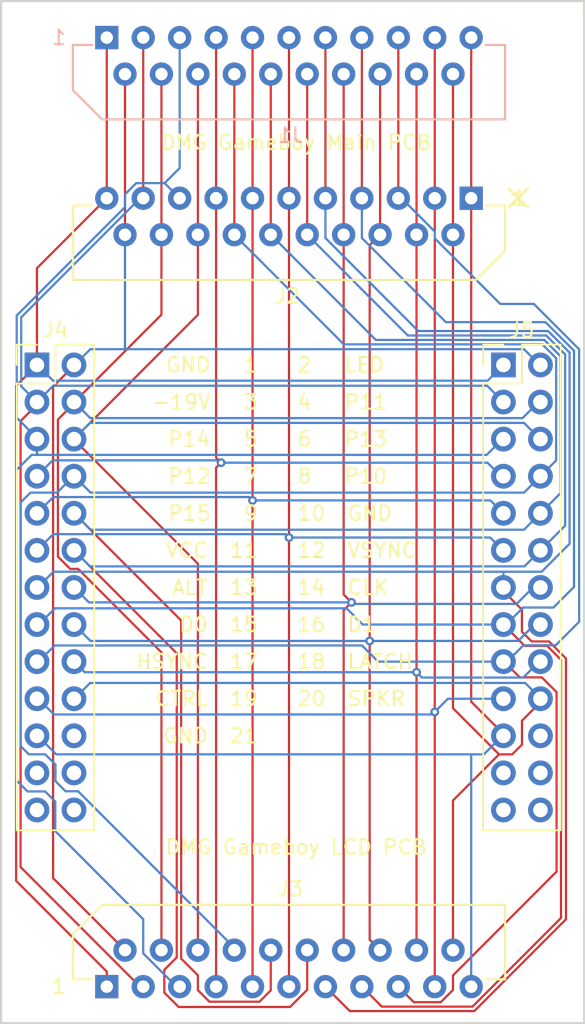
<source format=kicad_pcb>
(kicad_pcb (version 4) (host pcbnew 4.0.6)

  (general
    (links 84)
    (no_connects 0)
    (area 139.924999 49.924999 180.075001 120.075001)
    (thickness 1.6)
    (drawings 29)
    (tracks 340)
    (zones 0)
    (modules 5)
    (nets 32)
  )

  (page A4)
  (title_block
    (title "Display Bridge")
    (date 2019-08-10)
    (rev 0)
    (company "Author: Michael Singer")
    (comment 1 https://sourceforge.net/projects/iceboy/)
    (comment 2 http://iceboy.a-singer.de/)
  )

  (layers
    (0 F.Cu signal)
    (31 B.Cu signal)
    (32 B.Adhes user)
    (33 F.Adhes user)
    (34 B.Paste user)
    (35 F.Paste user)
    (36 B.SilkS user)
    (37 F.SilkS user)
    (38 B.Mask user)
    (39 F.Mask user)
    (40 Dwgs.User user)
    (41 Cmts.User user)
    (42 Eco1.User user)
    (43 Eco2.User user)
    (44 Edge.Cuts user)
    (45 Margin user)
    (46 B.CrtYd user)
    (47 F.CrtYd user)
    (48 B.Fab user)
    (49 F.Fab user)
  )

  (setup
    (last_trace_width 0.152)
    (trace_clearance 0.152)
    (zone_clearance 0.508)
    (zone_45_only no)
    (trace_min 0.152)
    (segment_width 0.2)
    (edge_width 0.15)
    (via_size 0.604)
    (via_drill 0.3)
    (via_min_size 0.604)
    (via_min_drill 0.3)
    (uvia_size 0.3)
    (uvia_drill 0.1)
    (uvias_allowed no)
    (uvia_min_size 0.2)
    (uvia_min_drill 0.1)
    (pcb_text_width 0.15)
    (pcb_text_size 1 1)
    (mod_edge_width 0.15)
    (mod_text_size 1 1)
    (mod_text_width 0.15)
    (pad_size 1.524 1.524)
    (pad_drill 0.762)
    (pad_to_mask_clearance 0.12)
    (solder_mask_min_width 0.32)
    (aux_axis_origin 0 0)
    (visible_elements FFFFFF7F)
    (pcbplotparams
      (layerselection 0x010f0_80000001)
      (usegerberextensions true)
      (excludeedgelayer true)
      (linewidth 0.100000)
      (plotframeref false)
      (viasonmask false)
      (mode 1)
      (useauxorigin false)
      (hpglpennumber 1)
      (hpglpenspeed 20)
      (hpglpendiameter 15)
      (hpglpenoverlay 2)
      (psnegative false)
      (psa4output false)
      (plotreference true)
      (plotvalue true)
      (plotinvisibletext false)
      (padsonsilk false)
      (subtractmaskfromsilk false)
      (outputformat 1)
      (mirror false)
      (drillshape 0)
      (scaleselection 1)
      (outputdirectory out/))
  )

  (net 0 "")
  (net 1 /P1)
  (net 2 /P2)
  (net 3 /P3)
  (net 4 /P4)
  (net 5 /P5)
  (net 6 /P6)
  (net 7 /P7)
  (net 8 /P8)
  (net 9 /P9)
  (net 10 /P10)
  (net 11 /P11)
  (net 12 /P12)
  (net 13 /P13)
  (net 14 /P14)
  (net 15 /P15)
  (net 16 /P16)
  (net 17 /P17)
  (net 18 /P18)
  (net 19 /P19)
  (net 20 /P20)
  (net 21 /P21)
  (net 22 "Net-(J4-Pad22)")
  (net 23 "Net-(J4-Pad23)")
  (net 24 "Net-(J4-Pad24)")
  (net 25 "Net-(J4-Pad25)")
  (net 26 "Net-(J4-Pad26)")
  (net 27 "Net-(J5-Pad22)")
  (net 28 "Net-(J5-Pad23)")
  (net 29 "Net-(J5-Pad24)")
  (net 30 "Net-(J5-Pad25)")
  (net 31 "Net-(J5-Pad26)")

  (net_class Default "This is the default net class."
    (clearance 0.152)
    (trace_width 0.152)
    (via_dia 0.604)
    (via_drill 0.3)
    (uvia_dia 0.3)
    (uvia_drill 0.1)
    (add_net /P1)
    (add_net /P10)
    (add_net /P11)
    (add_net /P12)
    (add_net /P13)
    (add_net /P14)
    (add_net /P15)
    (add_net /P16)
    (add_net /P17)
    (add_net /P18)
    (add_net /P19)
    (add_net /P2)
    (add_net /P20)
    (add_net /P21)
    (add_net /P3)
    (add_net /P4)
    (add_net /P5)
    (add_net /P6)
    (add_net /P7)
    (add_net /P8)
    (add_net /P9)
    (add_net "Net-(J4-Pad22)")
    (add_net "Net-(J4-Pad23)")
    (add_net "Net-(J4-Pad24)")
    (add_net "Net-(J4-Pad25)")
    (add_net "Net-(J4-Pad26)")
    (add_net "Net-(J5-Pad22)")
    (add_net "Net-(J5-Pad23)")
    (add_net "Net-(J5-Pad24)")
    (add_net "Net-(J5-Pad25)")
    (add_net "Net-(J5-Pad26)")
  )

  (module Pin_Headers:Pin_Header_Straight_2x13_Pitch2.54mm (layer F.Cu) (tedit 5862ED54) (tstamp 5D4F139F)
    (at 142.46 74.92)
    (descr "Through hole straight pin header, 2x13, 2.54mm pitch, double rows")
    (tags "Through hole pin header THT 2x13 2.54mm double row")
    (path /5D4F0217)
    (fp_text reference J4 (at 1.27 -2.39) (layer F.SilkS)
      (effects (font (size 1 1) (thickness 0.15)))
    )
    (fp_text value CONN_02X13 (at 5.54 16.08 90) (layer F.Fab)
      (effects (font (size 1 1) (thickness 0.15)))
    )
    (fp_line (start -1.27 -1.27) (end -1.27 31.75) (layer F.Fab) (width 0.1))
    (fp_line (start -1.27 31.75) (end 3.81 31.75) (layer F.Fab) (width 0.1))
    (fp_line (start 3.81 31.75) (end 3.81 -1.27) (layer F.Fab) (width 0.1))
    (fp_line (start 3.81 -1.27) (end -1.27 -1.27) (layer F.Fab) (width 0.1))
    (fp_line (start -1.39 1.27) (end -1.39 31.87) (layer F.SilkS) (width 0.12))
    (fp_line (start -1.39 31.87) (end 3.93 31.87) (layer F.SilkS) (width 0.12))
    (fp_line (start 3.93 31.87) (end 3.93 -1.39) (layer F.SilkS) (width 0.12))
    (fp_line (start 3.93 -1.39) (end 1.27 -1.39) (layer F.SilkS) (width 0.12))
    (fp_line (start 1.27 -1.39) (end 1.27 1.27) (layer F.SilkS) (width 0.12))
    (fp_line (start 1.27 1.27) (end -1.39 1.27) (layer F.SilkS) (width 0.12))
    (fp_line (start -1.39 0) (end -1.39 -1.39) (layer F.SilkS) (width 0.12))
    (fp_line (start -1.39 -1.39) (end 0 -1.39) (layer F.SilkS) (width 0.12))
    (fp_line (start -1.6 -1.6) (end -1.6 32) (layer F.CrtYd) (width 0.05))
    (fp_line (start -1.6 32) (end 4.1 32) (layer F.CrtYd) (width 0.05))
    (fp_line (start 4.1 32) (end 4.1 -1.6) (layer F.CrtYd) (width 0.05))
    (fp_line (start 4.1 -1.6) (end -1.6 -1.6) (layer F.CrtYd) (width 0.05))
    (pad 1 thru_hole rect (at 0 0) (size 1.7 1.7) (drill 1) (layers *.Cu *.Mask)
      (net 1 /P1))
    (pad 2 thru_hole oval (at 2.54 0) (size 1.7 1.7) (drill 1) (layers *.Cu *.Mask)
      (net 2 /P2))
    (pad 3 thru_hole oval (at 0 2.54) (size 1.7 1.7) (drill 1) (layers *.Cu *.Mask)
      (net 3 /P3))
    (pad 4 thru_hole oval (at 2.54 2.54) (size 1.7 1.7) (drill 1) (layers *.Cu *.Mask)
      (net 4 /P4))
    (pad 5 thru_hole oval (at 0 5.08) (size 1.7 1.7) (drill 1) (layers *.Cu *.Mask)
      (net 5 /P5))
    (pad 6 thru_hole oval (at 2.54 5.08) (size 1.7 1.7) (drill 1) (layers *.Cu *.Mask)
      (net 6 /P6))
    (pad 7 thru_hole oval (at 0 7.62) (size 1.7 1.7) (drill 1) (layers *.Cu *.Mask)
      (net 7 /P7))
    (pad 8 thru_hole oval (at 2.54 7.62) (size 1.7 1.7) (drill 1) (layers *.Cu *.Mask)
      (net 8 /P8))
    (pad 9 thru_hole oval (at 0 10.16) (size 1.7 1.7) (drill 1) (layers *.Cu *.Mask)
      (net 9 /P9))
    (pad 10 thru_hole oval (at 2.54 10.16) (size 1.7 1.7) (drill 1) (layers *.Cu *.Mask)
      (net 10 /P10))
    (pad 11 thru_hole oval (at 0 12.7) (size 1.7 1.7) (drill 1) (layers *.Cu *.Mask)
      (net 11 /P11))
    (pad 12 thru_hole oval (at 2.54 12.7) (size 1.7 1.7) (drill 1) (layers *.Cu *.Mask)
      (net 12 /P12))
    (pad 13 thru_hole oval (at 0 15.24) (size 1.7 1.7) (drill 1) (layers *.Cu *.Mask)
      (net 13 /P13))
    (pad 14 thru_hole oval (at 2.54 15.24) (size 1.7 1.7) (drill 1) (layers *.Cu *.Mask)
      (net 14 /P14))
    (pad 15 thru_hole oval (at 0 17.78) (size 1.7 1.7) (drill 1) (layers *.Cu *.Mask)
      (net 15 /P15))
    (pad 16 thru_hole oval (at 2.54 17.78) (size 1.7 1.7) (drill 1) (layers *.Cu *.Mask)
      (net 16 /P16))
    (pad 17 thru_hole oval (at 0 20.32) (size 1.7 1.7) (drill 1) (layers *.Cu *.Mask)
      (net 17 /P17))
    (pad 18 thru_hole oval (at 2.54 20.32) (size 1.7 1.7) (drill 1) (layers *.Cu *.Mask)
      (net 18 /P18))
    (pad 19 thru_hole oval (at 0 22.86) (size 1.7 1.7) (drill 1) (layers *.Cu *.Mask)
      (net 19 /P19))
    (pad 20 thru_hole oval (at 2.54 22.86) (size 1.7 1.7) (drill 1) (layers *.Cu *.Mask)
      (net 20 /P20))
    (pad 21 thru_hole oval (at 0 25.4) (size 1.7 1.7) (drill 1) (layers *.Cu *.Mask)
      (net 21 /P21))
    (pad 22 thru_hole oval (at 2.54 25.4) (size 1.7 1.7) (drill 1) (layers *.Cu *.Mask)
      (net 22 "Net-(J4-Pad22)"))
    (pad 23 thru_hole oval (at 0 27.94) (size 1.7 1.7) (drill 1) (layers *.Cu *.Mask)
      (net 23 "Net-(J4-Pad23)"))
    (pad 24 thru_hole oval (at 2.54 27.94) (size 1.7 1.7) (drill 1) (layers *.Cu *.Mask)
      (net 24 "Net-(J4-Pad24)"))
    (pad 25 thru_hole oval (at 0 30.48) (size 1.7 1.7) (drill 1) (layers *.Cu *.Mask)
      (net 25 "Net-(J4-Pad25)"))
    (pad 26 thru_hole oval (at 2.54 30.48) (size 1.7 1.7) (drill 1) (layers *.Cu *.Mask)
      (net 26 "Net-(J4-Pad26)"))
    (model Pin_Headers.3dshapes/Pin_Header_Straight_2x13_Pitch2.54mm.wrl
      (at (xyz 0.05 -0.6 0))
      (scale (xyz 1 1 1))
      (rotate (xyz 0 0 90))
    )
  )

  (module fcc:Molex-SD-52045-2145 (layer B.Cu) (tedit 5C249A32) (tstamp 5D4F134F)
    (at 147.25 52.5)
    (path /5D4EFD04)
    (fp_text reference J1 (at 12.6 6.7) (layer B.SilkS)
      (effects (font (size 1 1) (thickness 0.15)) (justify mirror))
    )
    (fp_text value CONN_01X21 (at 12.5 4.5) (layer B.Fab)
      (effects (font (size 1 1) (thickness 0.15)) (justify mirror))
    )
    (fp_text user 1 (at -3.3 0) (layer B.SilkS)
      (effects (font (size 1 1) (thickness 0.15)) (justify mirror))
    )
    (fp_line (start -0.325 5.6) (end -2.325 3.6) (layer B.SilkS) (width 0.15))
    (fp_line (start 27.325 0.5) (end 26 0.5) (layer B.SilkS) (width 0.15))
    (fp_line (start 27.325 5.6) (end 27.325 0.5) (layer B.SilkS) (width 0.15))
    (fp_line (start -0.325 5.6) (end 27.325 5.6) (layer B.SilkS) (width 0.15))
    (fp_line (start -2.325 0.5) (end -1 0.5) (layer B.SilkS) (width 0.15))
    (fp_line (start -2.325 0.5) (end -2.325 3.6) (layer B.SilkS) (width 0.15))
    (pad 1 thru_hole rect (at 0 0) (size 1.6 1.6) (drill 0.85) (layers *.Cu *.Mask)
      (net 1 /P1))
    (pad 2 thru_hole circle (at 1.25 2.5) (size 1.6 1.6) (drill 0.85) (layers *.Cu *.Mask)
      (net 2 /P2))
    (pad 3 thru_hole circle (at 2.5 0) (size 1.6 1.6) (drill 0.85) (layers *.Cu *.Mask)
      (net 3 /P3))
    (pad 4 thru_hole circle (at 3.75 2.5) (size 1.6 1.6) (drill 0.85) (layers *.Cu *.Mask)
      (net 4 /P4))
    (pad 5 thru_hole circle (at 5 0) (size 1.6 1.6) (drill 0.85) (layers *.Cu *.Mask)
      (net 5 /P5))
    (pad 6 thru_hole circle (at 6.25 2.5) (size 1.6 1.6) (drill 0.85) (layers *.Cu *.Mask)
      (net 6 /P6))
    (pad 7 thru_hole circle (at 7.5 0) (size 1.6 1.6) (drill 0.85) (layers *.Cu *.Mask)
      (net 7 /P7))
    (pad 8 thru_hole circle (at 8.75 2.5) (size 1.6 1.6) (drill 0.85) (layers *.Cu *.Mask)
      (net 8 /P8))
    (pad 9 thru_hole circle (at 10 0) (size 1.6 1.6) (drill 0.85) (layers *.Cu *.Mask)
      (net 9 /P9))
    (pad 10 thru_hole circle (at 11.25 2.5) (size 1.6 1.6) (drill 0.85) (layers *.Cu *.Mask)
      (net 10 /P10))
    (pad 11 thru_hole circle (at 12.5 0) (size 1.6 1.6) (drill 0.85) (layers *.Cu *.Mask)
      (net 11 /P11))
    (pad 12 thru_hole circle (at 13.75 2.5) (size 1.6 1.6) (drill 0.85) (layers *.Cu *.Mask)
      (net 12 /P12))
    (pad 13 thru_hole circle (at 15 0) (size 1.6 1.6) (drill 0.85) (layers *.Cu *.Mask)
      (net 13 /P13))
    (pad 14 thru_hole circle (at 16.25 2.5) (size 1.6 1.6) (drill 0.85) (layers *.Cu *.Mask)
      (net 14 /P14))
    (pad 15 thru_hole circle (at 17.5 0) (size 1.6 1.6) (drill 0.85) (layers *.Cu *.Mask)
      (net 15 /P15))
    (pad 16 thru_hole circle (at 18.75 2.5) (size 1.6 1.6) (drill 0.85) (layers *.Cu *.Mask)
      (net 16 /P16))
    (pad 17 thru_hole circle (at 20 0) (size 1.6 1.6) (drill 0.85) (layers *.Cu *.Mask)
      (net 17 /P17))
    (pad 18 thru_hole circle (at 21.25 2.5) (size 1.6 1.6) (drill 0.85) (layers *.Cu *.Mask)
      (net 18 /P18))
    (pad 19 thru_hole circle (at 22.5 0) (size 1.6 1.6) (drill 0.85) (layers *.Cu *.Mask)
      (net 19 /P19))
    (pad 20 thru_hole circle (at 23.75 2.5) (size 1.6 1.6) (drill 0.85) (layers *.Cu *.Mask)
      (net 20 /P20))
    (pad 21 thru_hole circle (at 25 0) (size 1.6 1.6) (drill 0.85) (layers *.Cu *.Mask)
      (net 21 /P21))
  )

  (module fcc:Molex-SD-52045-2145 (layer F.Cu) (tedit 5C249A32) (tstamp 5D4F1368)
    (at 172.25 63.5 180)
    (path /5D4F006C)
    (fp_text reference J2 (at 12.6 -6.7 180) (layer F.SilkS)
      (effects (font (size 1 1) (thickness 0.15)))
    )
    (fp_text value CONN_01X21 (at 12.5 -4.5 180) (layer F.Fab)
      (effects (font (size 1 1) (thickness 0.15)))
    )
    (fp_text user 1 (at -3.3 0 180) (layer F.SilkS)
      (effects (font (size 1 1) (thickness 0.15)))
    )
    (fp_line (start -0.325 -5.6) (end -2.325 -3.6) (layer F.SilkS) (width 0.15))
    (fp_line (start 27.325 -0.5) (end 26 -0.5) (layer F.SilkS) (width 0.15))
    (fp_line (start 27.325 -5.6) (end 27.325 -0.5) (layer F.SilkS) (width 0.15))
    (fp_line (start -0.325 -5.6) (end 27.325 -5.6) (layer F.SilkS) (width 0.15))
    (fp_line (start -2.325 -0.5) (end -1 -0.5) (layer F.SilkS) (width 0.15))
    (fp_line (start -2.325 -0.5) (end -2.325 -3.6) (layer F.SilkS) (width 0.15))
    (pad 1 thru_hole rect (at 0 0 180) (size 1.6 1.6) (drill 0.85) (layers *.Cu *.Mask)
      (net 21 /P21))
    (pad 2 thru_hole circle (at 1.25 -2.5 180) (size 1.6 1.6) (drill 0.85) (layers *.Cu *.Mask)
      (net 20 /P20))
    (pad 3 thru_hole circle (at 2.5 0 180) (size 1.6 1.6) (drill 0.85) (layers *.Cu *.Mask)
      (net 19 /P19))
    (pad 4 thru_hole circle (at 3.75 -2.5 180) (size 1.6 1.6) (drill 0.85) (layers *.Cu *.Mask)
      (net 18 /P18))
    (pad 5 thru_hole circle (at 5 0 180) (size 1.6 1.6) (drill 0.85) (layers *.Cu *.Mask)
      (net 17 /P17))
    (pad 6 thru_hole circle (at 6.25 -2.5 180) (size 1.6 1.6) (drill 0.85) (layers *.Cu *.Mask)
      (net 16 /P16))
    (pad 7 thru_hole circle (at 7.5 0 180) (size 1.6 1.6) (drill 0.85) (layers *.Cu *.Mask)
      (net 15 /P15))
    (pad 8 thru_hole circle (at 8.75 -2.5 180) (size 1.6 1.6) (drill 0.85) (layers *.Cu *.Mask)
      (net 14 /P14))
    (pad 9 thru_hole circle (at 10 0 180) (size 1.6 1.6) (drill 0.85) (layers *.Cu *.Mask)
      (net 13 /P13))
    (pad 10 thru_hole circle (at 11.25 -2.5 180) (size 1.6 1.6) (drill 0.85) (layers *.Cu *.Mask)
      (net 12 /P12))
    (pad 11 thru_hole circle (at 12.5 0 180) (size 1.6 1.6) (drill 0.85) (layers *.Cu *.Mask)
      (net 11 /P11))
    (pad 12 thru_hole circle (at 13.75 -2.5 180) (size 1.6 1.6) (drill 0.85) (layers *.Cu *.Mask)
      (net 10 /P10))
    (pad 13 thru_hole circle (at 15 0 180) (size 1.6 1.6) (drill 0.85) (layers *.Cu *.Mask)
      (net 9 /P9))
    (pad 14 thru_hole circle (at 16.25 -2.5 180) (size 1.6 1.6) (drill 0.85) (layers *.Cu *.Mask)
      (net 8 /P8))
    (pad 15 thru_hole circle (at 17.5 0 180) (size 1.6 1.6) (drill 0.85) (layers *.Cu *.Mask)
      (net 7 /P7))
    (pad 16 thru_hole circle (at 18.75 -2.5 180) (size 1.6 1.6) (drill 0.85) (layers *.Cu *.Mask)
      (net 6 /P6))
    (pad 17 thru_hole circle (at 20 0 180) (size 1.6 1.6) (drill 0.85) (layers *.Cu *.Mask)
      (net 5 /P5))
    (pad 18 thru_hole circle (at 21.25 -2.5 180) (size 1.6 1.6) (drill 0.85) (layers *.Cu *.Mask)
      (net 4 /P4))
    (pad 19 thru_hole circle (at 22.5 0 180) (size 1.6 1.6) (drill 0.85) (layers *.Cu *.Mask)
      (net 3 /P3))
    (pad 20 thru_hole circle (at 23.75 -2.5 180) (size 1.6 1.6) (drill 0.85) (layers *.Cu *.Mask)
      (net 2 /P2))
    (pad 21 thru_hole circle (at 25 0 180) (size 1.6 1.6) (drill 0.85) (layers *.Cu *.Mask)
      (net 1 /P1))
  )

  (module fcc:Molex-SD-52045-2145 (layer F.Cu) (tedit 5C249A32) (tstamp 5D4F1381)
    (at 147.25 117.5)
    (path /5D4F015F)
    (fp_text reference J3 (at 12.6 -6.7) (layer F.SilkS)
      (effects (font (size 1 1) (thickness 0.15)))
    )
    (fp_text value CONN_01X21 (at 12.5 -4.5) (layer F.Fab)
      (effects (font (size 1 1) (thickness 0.15)))
    )
    (fp_text user 1 (at -3.3 0) (layer F.SilkS)
      (effects (font (size 1 1) (thickness 0.15)))
    )
    (fp_line (start -0.325 -5.6) (end -2.325 -3.6) (layer F.SilkS) (width 0.15))
    (fp_line (start 27.325 -0.5) (end 26 -0.5) (layer F.SilkS) (width 0.15))
    (fp_line (start 27.325 -5.6) (end 27.325 -0.5) (layer F.SilkS) (width 0.15))
    (fp_line (start -0.325 -5.6) (end 27.325 -5.6) (layer F.SilkS) (width 0.15))
    (fp_line (start -2.325 -0.5) (end -1 -0.5) (layer F.SilkS) (width 0.15))
    (fp_line (start -2.325 -0.5) (end -2.325 -3.6) (layer F.SilkS) (width 0.15))
    (pad 1 thru_hole rect (at 0 0) (size 1.6 1.6) (drill 0.85) (layers *.Cu *.Mask)
      (net 1 /P1))
    (pad 2 thru_hole circle (at 1.25 -2.5) (size 1.6 1.6) (drill 0.85) (layers *.Cu *.Mask)
      (net 2 /P2))
    (pad 3 thru_hole circle (at 2.5 0) (size 1.6 1.6) (drill 0.85) (layers *.Cu *.Mask)
      (net 3 /P3))
    (pad 4 thru_hole circle (at 3.75 -2.5) (size 1.6 1.6) (drill 0.85) (layers *.Cu *.Mask)
      (net 4 /P4))
    (pad 5 thru_hole circle (at 5 0) (size 1.6 1.6) (drill 0.85) (layers *.Cu *.Mask)
      (net 5 /P5))
    (pad 6 thru_hole circle (at 6.25 -2.5) (size 1.6 1.6) (drill 0.85) (layers *.Cu *.Mask)
      (net 6 /P6))
    (pad 7 thru_hole circle (at 7.5 0) (size 1.6 1.6) (drill 0.85) (layers *.Cu *.Mask)
      (net 7 /P7))
    (pad 8 thru_hole circle (at 8.75 -2.5) (size 1.6 1.6) (drill 0.85) (layers *.Cu *.Mask)
      (net 8 /P8))
    (pad 9 thru_hole circle (at 10 0) (size 1.6 1.6) (drill 0.85) (layers *.Cu *.Mask)
      (net 9 /P9))
    (pad 10 thru_hole circle (at 11.25 -2.5) (size 1.6 1.6) (drill 0.85) (layers *.Cu *.Mask)
      (net 10 /P10))
    (pad 11 thru_hole circle (at 12.5 0) (size 1.6 1.6) (drill 0.85) (layers *.Cu *.Mask)
      (net 11 /P11))
    (pad 12 thru_hole circle (at 13.75 -2.5) (size 1.6 1.6) (drill 0.85) (layers *.Cu *.Mask)
      (net 12 /P12))
    (pad 13 thru_hole circle (at 15 0) (size 1.6 1.6) (drill 0.85) (layers *.Cu *.Mask)
      (net 13 /P13))
    (pad 14 thru_hole circle (at 16.25 -2.5) (size 1.6 1.6) (drill 0.85) (layers *.Cu *.Mask)
      (net 14 /P14))
    (pad 15 thru_hole circle (at 17.5 0) (size 1.6 1.6) (drill 0.85) (layers *.Cu *.Mask)
      (net 15 /P15))
    (pad 16 thru_hole circle (at 18.75 -2.5) (size 1.6 1.6) (drill 0.85) (layers *.Cu *.Mask)
      (net 16 /P16))
    (pad 17 thru_hole circle (at 20 0) (size 1.6 1.6) (drill 0.85) (layers *.Cu *.Mask)
      (net 17 /P17))
    (pad 18 thru_hole circle (at 21.25 -2.5) (size 1.6 1.6) (drill 0.85) (layers *.Cu *.Mask)
      (net 18 /P18))
    (pad 19 thru_hole circle (at 22.5 0) (size 1.6 1.6) (drill 0.85) (layers *.Cu *.Mask)
      (net 19 /P19))
    (pad 20 thru_hole circle (at 23.75 -2.5) (size 1.6 1.6) (drill 0.85) (layers *.Cu *.Mask)
      (net 20 /P20))
    (pad 21 thru_hole circle (at 25 0) (size 1.6 1.6) (drill 0.85) (layers *.Cu *.Mask)
      (net 21 /P21))
  )

  (module Pin_Headers:Pin_Header_Straight_2x13_Pitch2.54mm (layer F.Cu) (tedit 5862ED54) (tstamp 5D4F13BD)
    (at 174.46 74.92)
    (descr "Through hole straight pin header, 2x13, 2.54mm pitch, double rows")
    (tags "Through hole pin header THT 2x13 2.54mm double row")
    (path /5D4F0256)
    (fp_text reference J5 (at 1.27 -2.39) (layer F.SilkS)
      (effects (font (size 1 1) (thickness 0.15)))
    )
    (fp_text value CONN_02X13 (at -2.46 16.08 90) (layer F.Fab)
      (effects (font (size 1 1) (thickness 0.15)))
    )
    (fp_line (start -1.27 -1.27) (end -1.27 31.75) (layer F.Fab) (width 0.1))
    (fp_line (start -1.27 31.75) (end 3.81 31.75) (layer F.Fab) (width 0.1))
    (fp_line (start 3.81 31.75) (end 3.81 -1.27) (layer F.Fab) (width 0.1))
    (fp_line (start 3.81 -1.27) (end -1.27 -1.27) (layer F.Fab) (width 0.1))
    (fp_line (start -1.39 1.27) (end -1.39 31.87) (layer F.SilkS) (width 0.12))
    (fp_line (start -1.39 31.87) (end 3.93 31.87) (layer F.SilkS) (width 0.12))
    (fp_line (start 3.93 31.87) (end 3.93 -1.39) (layer F.SilkS) (width 0.12))
    (fp_line (start 3.93 -1.39) (end 1.27 -1.39) (layer F.SilkS) (width 0.12))
    (fp_line (start 1.27 -1.39) (end 1.27 1.27) (layer F.SilkS) (width 0.12))
    (fp_line (start 1.27 1.27) (end -1.39 1.27) (layer F.SilkS) (width 0.12))
    (fp_line (start -1.39 0) (end -1.39 -1.39) (layer F.SilkS) (width 0.12))
    (fp_line (start -1.39 -1.39) (end 0 -1.39) (layer F.SilkS) (width 0.12))
    (fp_line (start -1.6 -1.6) (end -1.6 32) (layer F.CrtYd) (width 0.05))
    (fp_line (start -1.6 32) (end 4.1 32) (layer F.CrtYd) (width 0.05))
    (fp_line (start 4.1 32) (end 4.1 -1.6) (layer F.CrtYd) (width 0.05))
    (fp_line (start 4.1 -1.6) (end -1.6 -1.6) (layer F.CrtYd) (width 0.05))
    (pad 1 thru_hole rect (at 0 0) (size 1.7 1.7) (drill 1) (layers *.Cu *.Mask)
      (net 1 /P1))
    (pad 2 thru_hole oval (at 2.54 0) (size 1.7 1.7) (drill 1) (layers *.Cu *.Mask)
      (net 2 /P2))
    (pad 3 thru_hole oval (at 0 2.54) (size 1.7 1.7) (drill 1) (layers *.Cu *.Mask)
      (net 3 /P3))
    (pad 4 thru_hole oval (at 2.54 2.54) (size 1.7 1.7) (drill 1) (layers *.Cu *.Mask)
      (net 4 /P4))
    (pad 5 thru_hole oval (at 0 5.08) (size 1.7 1.7) (drill 1) (layers *.Cu *.Mask)
      (net 5 /P5))
    (pad 6 thru_hole oval (at 2.54 5.08) (size 1.7 1.7) (drill 1) (layers *.Cu *.Mask)
      (net 6 /P6))
    (pad 7 thru_hole oval (at 0 7.62) (size 1.7 1.7) (drill 1) (layers *.Cu *.Mask)
      (net 7 /P7))
    (pad 8 thru_hole oval (at 2.54 7.62) (size 1.7 1.7) (drill 1) (layers *.Cu *.Mask)
      (net 8 /P8))
    (pad 9 thru_hole oval (at 0 10.16) (size 1.7 1.7) (drill 1) (layers *.Cu *.Mask)
      (net 9 /P9))
    (pad 10 thru_hole oval (at 2.54 10.16) (size 1.7 1.7) (drill 1) (layers *.Cu *.Mask)
      (net 10 /P10))
    (pad 11 thru_hole oval (at 0 12.7) (size 1.7 1.7) (drill 1) (layers *.Cu *.Mask)
      (net 11 /P11))
    (pad 12 thru_hole oval (at 2.54 12.7) (size 1.7 1.7) (drill 1) (layers *.Cu *.Mask)
      (net 12 /P12))
    (pad 13 thru_hole oval (at 0 15.24) (size 1.7 1.7) (drill 1) (layers *.Cu *.Mask)
      (net 13 /P13))
    (pad 14 thru_hole oval (at 2.54 15.24) (size 1.7 1.7) (drill 1) (layers *.Cu *.Mask)
      (net 14 /P14))
    (pad 15 thru_hole oval (at 0 17.78) (size 1.7 1.7) (drill 1) (layers *.Cu *.Mask)
      (net 15 /P15))
    (pad 16 thru_hole oval (at 2.54 17.78) (size 1.7 1.7) (drill 1) (layers *.Cu *.Mask)
      (net 16 /P16))
    (pad 17 thru_hole oval (at 0 20.32) (size 1.7 1.7) (drill 1) (layers *.Cu *.Mask)
      (net 17 /P17))
    (pad 18 thru_hole oval (at 2.54 20.32) (size 1.7 1.7) (drill 1) (layers *.Cu *.Mask)
      (net 18 /P18))
    (pad 19 thru_hole oval (at 0 22.86) (size 1.7 1.7) (drill 1) (layers *.Cu *.Mask)
      (net 19 /P19))
    (pad 20 thru_hole oval (at 2.54 22.86) (size 1.7 1.7) (drill 1) (layers *.Cu *.Mask)
      (net 20 /P20))
    (pad 21 thru_hole oval (at 0 25.4) (size 1.7 1.7) (drill 1) (layers *.Cu *.Mask)
      (net 21 /P21))
    (pad 22 thru_hole oval (at 2.54 25.4) (size 1.7 1.7) (drill 1) (layers *.Cu *.Mask)
      (net 27 "Net-(J5-Pad22)"))
    (pad 23 thru_hole oval (at 0 27.94) (size 1.7 1.7) (drill 1) (layers *.Cu *.Mask)
      (net 28 "Net-(J5-Pad23)"))
    (pad 24 thru_hole oval (at 2.54 27.94) (size 1.7 1.7) (drill 1) (layers *.Cu *.Mask)
      (net 29 "Net-(J5-Pad24)"))
    (pad 25 thru_hole oval (at 0 30.48) (size 1.7 1.7) (drill 1) (layers *.Cu *.Mask)
      (net 30 "Net-(J5-Pad25)"))
    (pad 26 thru_hole oval (at 2.54 30.48) (size 1.7 1.7) (drill 1) (layers *.Cu *.Mask)
      (net 31 "Net-(J5-Pad26)"))
    (model Pin_Headers.3dshapes/Pin_Header_Straight_2x13_Pitch2.54mm.wrl
      (at (xyz 0.05 -0.6 0))
      (scale (xyz 1 1 1))
      (rotate (xyz 0 0 90))
    )
  )

  (gr_line (start 174.845 62.855) (end 176.115 64.125) (layer F.SilkS) (width 0.2))
  (gr_line (start 176.115 62.855) (end 174.845 64.125) (layer F.SilkS) (width 0.2))
  (gr_text "DMG Gameboy LCD PCB" (at 160.24 107.94) (layer F.SilkS)
    (effects (font (size 1 1) (thickness 0.15)))
  )
  (gr_text "DMG Gameboy Main PCB" (at 160.24 59.68) (layer F.SilkS)
    (effects (font (size 1 1) (thickness 0.15)))
  )
  (gr_text "20  SPKR" (at 160.24 97.78) (layer F.SilkS)
    (effects (font (size 1 1) (thickness 0.15)) (justify left))
  )
  (gr_text "18  LATCH" (at 160.24 95.24) (layer F.SilkS)
    (effects (font (size 1 1) (thickness 0.15)) (justify left))
  )
  (gr_text "16  D1" (at 160.24 92.7) (layer F.SilkS)
    (effects (font (size 1 1) (thickness 0.15)) (justify left))
  )
  (gr_text "14  CLK" (at 160.24 90.16) (layer F.SilkS)
    (effects (font (size 1 1) (thickness 0.15)) (justify left))
  )
  (gr_text "12  VSYNC" (at 160.24 87.62) (layer F.SilkS)
    (effects (font (size 1 1) (thickness 0.15)) (justify left))
  )
  (gr_text "10  GND" (at 160.24 85.08) (layer F.SilkS)
    (effects (font (size 1 1) (thickness 0.15)) (justify left))
  )
  (gr_text "8   P10" (at 160.24 82.54) (layer F.SilkS)
    (effects (font (size 1 1) (thickness 0.15)) (justify left))
  )
  (gr_text "6   P13" (at 160.24 80) (layer F.SilkS)
    (effects (font (size 1 1) (thickness 0.15)) (justify left))
  )
  (gr_text "4   P11" (at 160.24 77.46) (layer F.SilkS)
    (effects (font (size 1 1) (thickness 0.15)) (justify left))
  )
  (gr_text "2   LED" (at 160.24 74.92) (layer F.SilkS)
    (effects (font (size 1 1) (thickness 0.15)) (justify left))
  )
  (gr_text "GND  21" (at 157.7 100.32) (layer F.SilkS)
    (effects (font (size 1 1) (thickness 0.15)) (justify right))
  )
  (gr_text "CTRL  19" (at 157.7 97.78) (layer F.SilkS)
    (effects (font (size 1 1) (thickness 0.15)) (justify right))
  )
  (gr_text "HSYNC  17" (at 157.7 95.24) (layer F.SilkS)
    (effects (font (size 1 1) (thickness 0.15)) (justify right))
  )
  (gr_text "D0  15" (at 157.7 92.7) (layer F.SilkS)
    (effects (font (size 1 1) (thickness 0.15)) (justify right))
  )
  (gr_text "ALT  13" (at 157.7 90.16) (layer F.SilkS)
    (effects (font (size 1 1) (thickness 0.15)) (justify right))
  )
  (gr_text "VCC  11" (at 157.7 87.62) (layer F.SilkS)
    (effects (font (size 1 1) (thickness 0.15)) (justify right))
  )
  (gr_text "P15   9" (at 157.7 85.08) (layer F.SilkS)
    (effects (font (size 1 1) (thickness 0.15)) (justify right))
  )
  (gr_text "P12   7" (at 157.7 82.54) (layer F.SilkS)
    (effects (font (size 1 1) (thickness 0.15)) (justify right))
  )
  (gr_text "P14   5" (at 157.7 80) (layer F.SilkS)
    (effects (font (size 1 1) (thickness 0.15)) (justify right))
  )
  (gr_text "-19V   3" (at 157.7 77.46) (layer F.SilkS)
    (effects (font (size 1 1) (thickness 0.15)) (justify right))
  )
  (gr_text "GND   1" (at 157.7 74.92) (layer F.SilkS)
    (effects (font (size 1 1) (thickness 0.15)) (justify right))
  )
  (gr_line (start 140 120) (end 140 50) (layer Edge.Cuts) (width 0.15))
  (gr_line (start 180 120) (end 140 120) (layer Edge.Cuts) (width 0.15))
  (gr_line (start 180 50) (end 180 120) (layer Edge.Cuts) (width 0.15))
  (gr_line (start 140 50) (end 180 50) (layer Edge.Cuts) (width 0.15))

  (segment (start 174.46 74.92) (end 174.459154 74.92) (width 0.152) (layer B.Cu) (net 1))
  (segment (start 174.459154 74.92) (end 173.380854 75.9983) (width 0.152) (layer B.Cu) (net 1))
  (segment (start 173.380854 75.9983) (end 143.566199 75.9983) (width 0.152) (layer B.Cu) (net 1))
  (segment (start 143.566199 75.9983) (end 142.487899 74.92) (width 0.152) (layer B.Cu) (net 1))
  (segment (start 142.487899 74.92) (end 142.46 74.92) (width 0.152) (layer B.Cu) (net 1))
  (segment (start 142.46 74.92) (end 141.0322 76.3478) (width 0.152) (layer F.Cu) (net 1))
  (segment (start 141.0322 76.3478) (end 141.0322 110.2539) (width 0.152) (layer F.Cu) (net 1))
  (segment (start 141.0322 110.2539) (end 147.25 116.4717) (width 0.152) (layer F.Cu) (net 1))
  (segment (start 147.25 116.4717) (end 147.25 117.5) (width 0.152) (layer F.Cu) (net 1))
  (segment (start 147.25 52.5) (end 147.25 53.5283) (width 0.152) (layer F.Cu) (net 1))
  (segment (start 142.46 68.29) (end 147.25 63.5) (width 0.152) (layer F.Cu) (net 1))
  (segment (start 142.46 74.92) (end 142.46 68.29) (width 0.152) (layer F.Cu) (net 1))
  (segment (start 147.25 63.5) (end 147.25 53.5283) (width 0.152) (layer F.Cu) (net 1))
  (segment (start 148.5 73.8416) (end 146.12258 73.8416) (width 0.152) (layer B.Cu) (net 2))
  (segment (start 146.12258 73.8416) (end 145.04418 74.92) (width 0.152) (layer B.Cu) (net 2))
  (segment (start 145.04418 74.92) (end 145 74.92) (width 0.152) (layer B.Cu) (net 2))
  (segment (start 148.5 115) (end 143.5664 110.0664) (width 0.152) (layer F.Cu) (net 2))
  (segment (start 145 74.969514) (end 145 74.92) (width 0.152) (layer F.Cu) (net 2))
  (segment (start 143.5664 110.0664) (end 143.5664 76.403114) (width 0.152) (layer F.Cu) (net 2))
  (segment (start 143.5664 76.403114) (end 145 74.969514) (width 0.152) (layer F.Cu) (net 2))
  (segment (start 177 74.92) (end 176.951469 74.92) (width 0.152) (layer B.Cu) (net 2))
  (segment (start 176.951469 74.92) (end 175.873069 73.8416) (width 0.152) (layer B.Cu) (net 2))
  (segment (start 175.873069 73.8416) (end 148.5 73.8416) (width 0.152) (layer B.Cu) (net 2))
  (segment (start 148.5 66) (end 148.5 55) (width 0.152) (layer F.Cu) (net 2))
  (segment (start 148.5 73.8416) (end 148.5 66) (width 0.152) (layer B.Cu) (net 2))
  (segment (start 142.46 77.46) (end 142.460752 77.46) (width 0.152) (layer B.Cu) (net 3))
  (segment (start 142.460752 77.46) (end 143.578552 76.3422) (width 0.152) (layer B.Cu) (net 3))
  (segment (start 143.578552 76.3422) (end 173.340177 76.3422) (width 0.152) (layer B.Cu) (net 3))
  (segment (start 173.340177 76.3422) (end 174.457977 77.46) (width 0.152) (layer B.Cu) (net 3))
  (segment (start 174.457977 77.46) (end 174.46 77.46) (width 0.152) (layer B.Cu) (net 3))
  (segment (start 142.46 77.46) (end 141.381999 76.381999) (width 0.152) (layer B.Cu) (net 3))
  (segment (start 141.381999 76.381999) (end 141.381999 75.893399) (width 0.152) (layer B.Cu) (net 3))
  (segment (start 141.381999 75.893399) (end 141.3816 75.893) (width 0.152) (layer B.Cu) (net 3))
  (segment (start 149.75 117.5) (end 149.5301 117.5) (width 0.152) (layer F.Cu) (net 3))
  (segment (start 149.5301 117.5) (end 141.3366 109.3065) (width 0.152) (layer F.Cu) (net 3))
  (segment (start 141.3366 109.3065) (end 141.3366 78.763316) (width 0.152) (layer F.Cu) (net 3))
  (segment (start 141.3366 78.763316) (end 142.46 77.639916) (width 0.152) (layer F.Cu) (net 3))
  (segment (start 142.46 77.639916) (end 142.46 77.46) (width 0.152) (layer F.Cu) (net 3))
  (segment (start 149.75 63.5) (end 149.75 52.5) (width 0.152) (layer F.Cu) (net 3))
  (segment (start 149.5372 63.5) (end 149.75 63.5) (width 0.152) (layer B.Cu) (net 3))
  (segment (start 141.3816 71.6556) (end 149.5372 63.5) (width 0.152) (layer B.Cu) (net 3))
  (segment (start 141.3816 75.893) (end 141.3816 71.6556) (width 0.152) (layer B.Cu) (net 3))
  (segment (start 145 77.46) (end 145 77.558223) (width 0.152) (layer F.Cu) (net 4))
  (segment (start 145 77.558223) (end 143.8988 78.659423) (width 0.152) (layer F.Cu) (net 4))
  (segment (start 143.8988 78.659423) (end 143.8988 88.048) (width 0.152) (layer F.Cu) (net 4))
  (segment (start 143.8988 88.048) (end 144.7408 88.89) (width 0.152) (layer F.Cu) (net 4))
  (segment (start 144.7408 88.89) (end 145.2863 88.89) (width 0.152) (layer F.Cu) (net 4))
  (segment (start 145.2863 88.89) (end 151 94.6037) (width 0.152) (layer F.Cu) (net 4))
  (segment (start 151 94.6037) (end 151 115) (width 0.152) (layer F.Cu) (net 4))
  (segment (start 145 77.46) (end 145.017126 77.46) (width 0.152) (layer B.Cu) (net 4))
  (segment (start 175.776322 78.5613) (end 176.877622 77.46) (width 0.152) (layer B.Cu) (net 4))
  (segment (start 145.017126 77.46) (end 146.118426 78.5613) (width 0.152) (layer B.Cu) (net 4))
  (segment (start 146.118426 78.5613) (end 175.776322 78.5613) (width 0.152) (layer B.Cu) (net 4))
  (segment (start 176.877622 77.46) (end 177 77.46) (width 0.152) (layer B.Cu) (net 4))
  (segment (start 145 77.46) (end 145.022088 77.46) (width 0.152) (layer F.Cu) (net 4))
  (segment (start 145.022088 77.46) (end 146.007003 76.475085) (width 0.152) (layer F.Cu) (net 4))
  (segment (start 146.007003 76.475085) (end 146.007003 76.471533) (width 0.152) (layer F.Cu) (net 4))
  (segment (start 146.007003 76.471533) (end 151 71.478536) (width 0.152) (layer F.Cu) (net 4))
  (segment (start 151 71.478536) (end 151 66) (width 0.152) (layer F.Cu) (net 4))
  (segment (start 151 66) (end 151 55) (width 0.152) (layer F.Cu) (net 4))
  (segment (start 142.46 80) (end 142.46 79.923717) (width 0.152) (layer B.Cu) (net 5))
  (segment (start 142.46 79.923717) (end 141.0715 78.535217) (width 0.152) (layer B.Cu) (net 5))
  (segment (start 141.0715 78.535217) (end 141.0715 71.5352) (width 0.152) (layer B.Cu) (net 5))
  (segment (start 141.0715 71.5352) (end 148.5001 64.1066) (width 0.152) (layer B.Cu) (net 5))
  (segment (start 148.5001 64.1066) (end 148.5001 63.2356) (width 0.152) (layer B.Cu) (net 5))
  (segment (start 148.5001 63.2356) (end 149.2676 62.4681) (width 0.152) (layer B.Cu) (net 5))
  (segment (start 149.2676 62.4681) (end 151.2181 62.4681) (width 0.152) (layer B.Cu) (net 5))
  (segment (start 142.46 81.0783) (end 142.095785 81.0783) (width 0.152) (layer B.Cu) (net 5))
  (segment (start 142.095785 81.0783) (end 141.0465 82.127585) (width 0.152) (layer B.Cu) (net 5))
  (segment (start 152.0326 117.5) (end 152.25 117.5) (width 0.152) (layer B.Cu) (net 5))
  (segment (start 141.0465 82.127585) (end 141.0465 103.363912) (width 0.152) (layer B.Cu) (net 5))
  (segment (start 141.812588 104.13) (end 143.023437 104.13) (width 0.152) (layer B.Cu) (net 5))
  (segment (start 141.0465 103.363912) (end 141.812588 104.13) (width 0.152) (layer B.Cu) (net 5))
  (segment (start 143.716347 104.82291) (end 143.716347 106.848347) (width 0.152) (layer B.Cu) (net 5))
  (segment (start 143.023437 104.13) (end 143.716347 104.82291) (width 0.152) (layer B.Cu) (net 5))
  (segment (start 143.716347 106.848347) (end 149.7501 112.8821) (width 0.152) (layer B.Cu) (net 5))
  (segment (start 149.7501 112.8821) (end 149.7501 115.2175) (width 0.152) (layer B.Cu) (net 5))
  (segment (start 149.7501 115.2175) (end 152.0326 117.5) (width 0.152) (layer B.Cu) (net 5))
  (segment (start 174.46 80) (end 174.392186 80) (width 0.152) (layer B.Cu) (net 5))
  (segment (start 174.392186 80) (end 173.313886 81.0783) (width 0.152) (layer B.Cu) (net 5))
  (segment (start 173.313886 81.0783) (end 142.46 81.0783) (width 0.152) (layer B.Cu) (net 5))
  (segment (start 142.46 80) (end 142.46 81.0783) (width 0.152) (layer B.Cu) (net 5))
  (segment (start 152.25 61.4362) (end 151.2181 62.4681) (width 0.152) (layer B.Cu) (net 5))
  (segment (start 152.25 52.5) (end 152.25 61.4362) (width 0.152) (layer B.Cu) (net 5))
  (segment (start 151.2181 62.4681) (end 152.25 63.5) (width 0.152) (layer B.Cu) (net 5))
  (segment (start 145 80) (end 145 79.990357) (width 0.152) (layer B.Cu) (net 6))
  (segment (start 146.101657 78.8887) (end 175.873036 78.8887) (width 0.152) (layer B.Cu) (net 6))
  (segment (start 145 79.990357) (end 146.101657 78.8887) (width 0.152) (layer B.Cu) (net 6))
  (segment (start 175.873036 78.8887) (end 176.984336 80) (width 0.152) (layer B.Cu) (net 6))
  (segment (start 176.984336 80) (end 177 80) (width 0.152) (layer B.Cu) (net 6))
  (segment (start 145 80) (end 145 79.988654) (width 0.152) (layer F.Cu) (net 6))
  (segment (start 153.5 71.488654) (end 153.5 66) (width 0.152) (layer F.Cu) (net 6))
  (segment (start 145 79.988654) (end 153.5 71.488654) (width 0.152) (layer F.Cu) (net 6))
  (segment (start 153.5 115) (end 153.5 88.533052) (width 0.152) (layer F.Cu) (net 6))
  (segment (start 153.5 88.533052) (end 145 80.033052) (width 0.152) (layer F.Cu) (net 6))
  (segment (start 145 80.033052) (end 145 80) (width 0.152) (layer F.Cu) (net 6))
  (segment (start 153.5 66) (end 153.5 55) (width 0.152) (layer F.Cu) (net 6))
  (segment (start 155.0908 81.6146) (end 154.9312 81.455) (width 0.152) (layer B.Cu) (net 7))
  (segment (start 154.9312 81.455) (end 143.535357 81.455) (width 0.152) (layer B.Cu) (net 7))
  (segment (start 143.535357 81.455) (end 142.46 82.530357) (width 0.152) (layer B.Cu) (net 7))
  (segment (start 142.46 82.530357) (end 142.46 82.54) (width 0.152) (layer B.Cu) (net 7))
  (segment (start 174.46 82.54) (end 174.29305 82.54) (width 0.152) (layer B.Cu) (net 7))
  (segment (start 174.29305 82.54) (end 173.36765 81.6146) (width 0.152) (layer B.Cu) (net 7))
  (segment (start 173.36765 81.6146) (end 155.0908 81.6146) (width 0.152) (layer B.Cu) (net 7))
  (via (at 155.0908 81.6146) (size 0.604) (layers F.Cu B.Cu) (net 7))
  (segment (start 154.75 63.5) (end 154.75 52.5) (width 0.152) (layer F.Cu) (net 7))
  (segment (start 154.75 81.2738) (end 154.75 63.5) (width 0.152) (layer F.Cu) (net 7))
  (segment (start 155.0908 81.6146) (end 154.75 81.2738) (width 0.152) (layer F.Cu) (net 7))
  (segment (start 154.75 81.9554) (end 155.0908 81.6146) (width 0.152) (layer F.Cu) (net 7))
  (segment (start 154.75 117.5) (end 154.75 81.9554) (width 0.152) (layer F.Cu) (net 7))
  (segment (start 156 115) (end 156 114.8335) (width 0.152) (layer B.Cu) (net 8))
  (segment (start 144.41937 104.117279) (end 143.728873 103.426782) (width 0.152) (layer B.Cu) (net 8))
  (segment (start 156 114.8335) (end 145.283779 104.117279) (width 0.152) (layer B.Cu) (net 8))
  (segment (start 145.283779 104.117279) (end 144.41937 104.117279) (width 0.152) (layer B.Cu) (net 8))
  (segment (start 142.014987 83.6643) (end 143.841698 83.6643) (width 0.152) (layer B.Cu) (net 8))
  (segment (start 143.728873 103.426782) (end 143.728873 102.286915) (width 0.152) (layer B.Cu) (net 8))
  (segment (start 143.728873 102.286915) (end 143.031958 101.59) (width 0.152) (layer B.Cu) (net 8))
  (segment (start 143.031958 101.59) (end 141.903051 101.59) (width 0.152) (layer B.Cu) (net 8))
  (segment (start 141.903051 101.59) (end 141.3508 101.037749) (width 0.152) (layer B.Cu) (net 8))
  (segment (start 141.3508 101.037749) (end 141.3508 84.328487) (width 0.152) (layer B.Cu) (net 8))
  (segment (start 143.841698 83.6643) (end 144.965998 82.54) (width 0.152) (layer B.Cu) (net 8))
  (segment (start 141.3508 84.328487) (end 142.014987 83.6643) (width 0.152) (layer B.Cu) (net 8))
  (segment (start 144.965998 82.54) (end 145 82.54) (width 0.152) (layer B.Cu) (net 8))
  (segment (start 177 82.54) (end 175.8757 83.6643) (width 0.152) (layer B.Cu) (net 8))
  (segment (start 175.8757 83.6643) (end 146.137953 83.6643) (width 0.152) (layer B.Cu) (net 8))
  (segment (start 146.137953 83.6643) (end 145.013653 82.54) (width 0.152) (layer B.Cu) (net 8))
  (segment (start 145.013653 82.54) (end 145 82.54) (width 0.152) (layer B.Cu) (net 8))
  (segment (start 177 82.54) (end 178.0784 81.4616) (width 0.152) (layer B.Cu) (net 8))
  (segment (start 178.0784 81.4616) (end 178.0784 74.4574) (width 0.152) (layer B.Cu) (net 8))
  (segment (start 178.0784 74.4574) (end 177.1314 73.5104) (width 0.152) (layer B.Cu) (net 8))
  (segment (start 177.1314 73.5104) (end 163.5104 73.5104) (width 0.152) (layer B.Cu) (net 8))
  (segment (start 163.5104 73.5104) (end 156 66) (width 0.152) (layer B.Cu) (net 8))
  (segment (start 156 66) (end 156 55) (width 0.152) (layer F.Cu) (net 8))
  (segment (start 157.25 84.1974) (end 157.0213 83.9687) (width 0.152) (layer B.Cu) (net 9))
  (segment (start 157.0213 83.9687) (end 143.579051 83.9687) (width 0.152) (layer B.Cu) (net 9))
  (segment (start 143.579051 83.9687) (end 142.467751 85.08) (width 0.152) (layer B.Cu) (net 9))
  (segment (start 142.467751 85.08) (end 142.46 85.08) (width 0.152) (layer B.Cu) (net 9))
  (segment (start 174.46 85.08) (end 174.452713 85.08) (width 0.152) (layer B.Cu) (net 9))
  (segment (start 174.452713 85.08) (end 173.570113 84.1974) (width 0.152) (layer B.Cu) (net 9))
  (segment (start 173.570113 84.1974) (end 157.25 84.1974) (width 0.152) (layer B.Cu) (net 9))
  (via (at 157.25 84.1974) (size 0.604) (layers F.Cu B.Cu) (net 9))
  (segment (start 157.25 63.5) (end 157.25 52.5) (width 0.152) (layer F.Cu) (net 9))
  (segment (start 157.25 63.5) (end 157.25 84.1974) (width 0.152) (layer F.Cu) (net 9))
  (segment (start 157.25 117.5) (end 157.25 84.1974) (width 0.152) (layer F.Cu) (net 9))
  (segment (start 177 85.08) (end 175.8757 86.2043) (width 0.152) (layer B.Cu) (net 10))
  (segment (start 175.8757 86.2043) (end 146.141435 86.2043) (width 0.152) (layer B.Cu) (net 10))
  (segment (start 146.141435 86.2043) (end 145.017135 85.08) (width 0.152) (layer B.Cu) (net 10))
  (segment (start 145.017135 85.08) (end 145 85.08) (width 0.152) (layer B.Cu) (net 10))
  (segment (start 177 85.08) (end 178.3827 83.6973) (width 0.152) (layer B.Cu) (net 10))
  (segment (start 178.3827 83.6973) (end 178.3827 74.3313) (width 0.152) (layer B.Cu) (net 10))
  (segment (start 178.3827 74.3313) (end 177.2574 73.206) (width 0.152) (layer B.Cu) (net 10))
  (segment (start 177.2574 73.206) (end 165.706 73.206) (width 0.152) (layer B.Cu) (net 10))
  (segment (start 165.706 73.206) (end 158.5 66) (width 0.152) (layer B.Cu) (net 10))
  (segment (start 145 85.08) (end 145 85.072565) (width 0.152) (layer F.Cu) (net 10))
  (segment (start 145 85.072565) (end 152.3541 92.426665) (width 0.152) (layer F.Cu) (net 10))
  (segment (start 152.3541 92.426665) (end 152.3541 115.5809) (width 0.152) (layer F.Cu) (net 10))
  (segment (start 153.5001 117.7397) (end 154.2916 118.5312) (width 0.152) (layer F.Cu) (net 10))
  (segment (start 158.5 117.7549) (end 158.5 115) (width 0.152) (layer F.Cu) (net 10))
  (segment (start 152.3541 115.5809) (end 153.5001 116.7269) (width 0.152) (layer F.Cu) (net 10))
  (segment (start 153.5001 116.7269) (end 153.5001 117.7397) (width 0.152) (layer F.Cu) (net 10))
  (segment (start 154.2916 118.5312) (end 157.7237 118.5312) (width 0.152) (layer F.Cu) (net 10))
  (segment (start 157.7237 118.5312) (end 158.5 117.7549) (width 0.152) (layer F.Cu) (net 10))
  (segment (start 158.5 66) (end 158.5 55) (width 0.152) (layer F.Cu) (net 10))
  (segment (start 142.46 87.62) (end 142.464268 87.62) (width 0.152) (layer B.Cu) (net 11))
  (segment (start 142.464268 87.62) (end 143.575568 86.5087) (width 0.152) (layer B.Cu) (net 11))
  (segment (start 159.519 86.5087) (end 159.75 86.7397) (width 0.152) (layer B.Cu) (net 11))
  (segment (start 143.575568 86.5087) (end 159.519 86.5087) (width 0.152) (layer B.Cu) (net 11))
  (segment (start 159.75 86.7397) (end 173.554744 86.7397) (width 0.152) (layer B.Cu) (net 11))
  (segment (start 173.554744 86.7397) (end 174.435044 87.62) (width 0.152) (layer B.Cu) (net 11))
  (segment (start 174.435044 87.62) (end 174.46 87.62) (width 0.152) (layer B.Cu) (net 11))
  (via (at 159.75 86.7397) (size 0.604) (layers F.Cu B.Cu) (net 11))
  (segment (start 159.75 117.5) (end 159.75 86.7397) (width 0.152) (layer F.Cu) (net 11))
  (segment (start 159.75 86.7397) (end 159.75 63.5) (width 0.152) (layer F.Cu) (net 11))
  (segment (start 159.75 63.5) (end 159.75 52.5) (width 0.152) (layer F.Cu) (net 11))
  (segment (start 177 87.62) (end 175.9044 88.7156) (width 0.152) (layer B.Cu) (net 12))
  (segment (start 175.9044 88.7156) (end 146.095341 88.7156) (width 0.152) (layer B.Cu) (net 12))
  (segment (start 146.095341 88.7156) (end 145 87.620259) (width 0.152) (layer B.Cu) (net 12))
  (segment (start 145 87.620259) (end 145 87.62) (width 0.152) (layer B.Cu) (net 12))
  (segment (start 177 87.62) (end 177.849999 86.770001) (width 0.152) (layer B.Cu) (net 12))
  (segment (start 177.849999 86.770001) (end 177.850374 86.770001) (width 0.152) (layer B.Cu) (net 12))
  (segment (start 177.850374 86.770001) (end 178.6946 85.925775) (width 0.152) (layer B.Cu) (net 12))
  (segment (start 178.6946 85.925775) (end 178.6946 74.1992) (width 0.152) (layer B.Cu) (net 12))
  (segment (start 178.6946 74.1992) (end 177.397 72.9016) (width 0.152) (layer B.Cu) (net 12))
  (segment (start 177.397 72.9016) (end 167.9016 72.9016) (width 0.152) (layer B.Cu) (net 12))
  (segment (start 167.9016 72.9016) (end 161 66) (width 0.152) (layer B.Cu) (net 12))
  (segment (start 161 66) (end 161 55) (width 0.152) (layer F.Cu) (net 12))
  (segment (start 161 117.7147) (end 161 115) (width 0.152) (layer F.Cu) (net 12))
  (segment (start 159.8237 118.891) (end 161 117.7147) (width 0.152) (layer F.Cu) (net 12))
  (segment (start 152.1814 118.891) (end 159.8237 118.891) (width 0.152) (layer F.Cu) (net 12))
  (segment (start 151.1962 117.9058) (end 152.1814 118.891) (width 0.152) (layer F.Cu) (net 12))
  (segment (start 151.1962 116.3489) (end 151.1962 117.9058) (width 0.152) (layer F.Cu) (net 12))
  (segment (start 152.0497 115.4954) (end 151.1962 116.3489) (width 0.152) (layer F.Cu) (net 12))
  (segment (start 152.0497 94.6697) (end 152.0497 115.4954) (width 0.152) (layer F.Cu) (net 12))
  (segment (start 145 87.62) (end 152.0497 94.6697) (width 0.152) (layer F.Cu) (net 12))
  (segment (start 174.46 89.0817) (end 143.591277 89.0817) (width 0.152) (layer B.Cu) (net 13))
  (segment (start 143.591277 89.0817) (end 142.512977 90.16) (width 0.152) (layer B.Cu) (net 13))
  (segment (start 142.512977 90.16) (end 142.46 90.16) (width 0.152) (layer B.Cu) (net 13))
  (segment (start 162.25 117.5) (end 163.9225 119.1725) (width 0.152) (layer F.Cu) (net 13))
  (segment (start 163.9225 119.1725) (end 172.4648 119.1725) (width 0.152) (layer F.Cu) (net 13))
  (segment (start 178.7512 112.8861) (end 178.7512 95.0215) (width 0.152) (layer F.Cu) (net 13))
  (segment (start 177.587 93.8573) (end 176.396029 93.8573) (width 0.152) (layer F.Cu) (net 13))
  (segment (start 174.46 90.408483) (end 174.46 90.16) (width 0.152) (layer F.Cu) (net 13))
  (segment (start 172.4648 119.1725) (end 178.7512 112.8861) (width 0.152) (layer F.Cu) (net 13))
  (segment (start 178.7512 95.0215) (end 177.587 93.8573) (width 0.152) (layer F.Cu) (net 13))
  (segment (start 175.73 91.678483) (end 174.46 90.408483) (width 0.152) (layer F.Cu) (net 13))
  (segment (start 176.396029 93.8573) (end 175.73 93.191271) (width 0.152) (layer F.Cu) (net 13))
  (segment (start 175.73 93.191271) (end 175.73 91.678483) (width 0.152) (layer F.Cu) (net 13))
  (segment (start 162.25 63.5) (end 162.25 52.5) (width 0.152) (layer F.Cu) (net 13))
  (segment (start 174.46 90.16) (end 174.46 89.0817) (width 0.152) (layer B.Cu) (net 13))
  (segment (start 162.25 66.2299) (end 162.25 63.5) (width 0.152) (layer B.Cu) (net 13))
  (segment (start 168.6174 72.5973) (end 162.25 66.2299) (width 0.152) (layer B.Cu) (net 13))
  (segment (start 177.5231 72.5973) (end 168.6174 72.5973) (width 0.152) (layer B.Cu) (net 13))
  (segment (start 178.9989 74.0731) (end 177.5231 72.5973) (width 0.152) (layer B.Cu) (net 13))
  (segment (start 178.9989 87.1635) (end 178.9989 74.0731) (width 0.152) (layer B.Cu) (net 13))
  (segment (start 177.0807 89.0817) (end 178.9989 87.1635) (width 0.152) (layer B.Cu) (net 13))
  (segment (start 174.46 89.0817) (end 177.0807 89.0817) (width 0.152) (layer B.Cu) (net 13))
  (segment (start 145 90.16) (end 145.003224 90.16) (width 0.152) (layer B.Cu) (net 14))
  (segment (start 145.003224 90.16) (end 146.024524 91.1813) (width 0.152) (layer B.Cu) (net 14))
  (segment (start 146.024524 91.1813) (end 164.0404 91.1813) (width 0.152) (layer B.Cu) (net 14))
  (segment (start 164.0404 91.1813) (end 164.1434 91.2843) (width 0.152) (layer B.Cu) (net 14))
  (segment (start 164.1434 91.2843) (end 175.370574 91.2843) (width 0.152) (layer B.Cu) (net 14))
  (segment (start 175.370574 91.2843) (end 176.494874 90.16) (width 0.152) (layer B.Cu) (net 14))
  (segment (start 176.494874 90.16) (end 177 90.16) (width 0.152) (layer B.Cu) (net 14))
  (via (at 164.0404 91.1813) (size 0.604) (layers F.Cu B.Cu) (net 14))
  (segment (start 163.5 66) (end 163.5 55) (width 0.152) (layer F.Cu) (net 14))
  (segment (start 163.5 91.7217) (end 163.5 115) (width 0.152) (layer F.Cu) (net 14))
  (segment (start 164.0404 91.1813) (end 163.5 91.7217) (width 0.152) (layer F.Cu) (net 14))
  (segment (start 163.5 90.6409) (end 163.5 66) (width 0.152) (layer F.Cu) (net 14))
  (segment (start 164.0404 91.1813) (end 163.5 90.6409) (width 0.152) (layer F.Cu) (net 14))
  (segment (start 142.46 92.7) (end 142.582563 92.7) (width 0.152) (layer B.Cu) (net 15))
  (segment (start 143.693863 91.5887) (end 163.6979 91.5887) (width 0.152) (layer B.Cu) (net 15))
  (segment (start 142.582563 92.7) (end 143.693863 91.5887) (width 0.152) (layer B.Cu) (net 15))
  (segment (start 163.6979 91.5887) (end 164.8092 92.7) (width 0.152) (layer B.Cu) (net 15))
  (segment (start 164.8092 92.7) (end 173.3817 92.7) (width 0.152) (layer B.Cu) (net 15))
  (segment (start 173.3817 92.7) (end 174.46 92.7) (width 0.152) (layer B.Cu) (net 15))
  (segment (start 174.46 92.7) (end 174.647945 92.7) (width 0.152) (layer B.Cu) (net 15))
  (segment (start 174.647945 92.7) (end 175.813915 91.53403) (width 0.152) (layer B.Cu) (net 15))
  (segment (start 175.813915 91.53403) (end 177.893128 91.53403) (width 0.152) (layer B.Cu) (net 15))
  (segment (start 177.3448 71.9886) (end 170.5137 71.9886) (width 0.152) (layer B.Cu) (net 15))
  (segment (start 177.893128 91.53403) (end 179.3032 90.123958) (width 0.152) (layer B.Cu) (net 15))
  (segment (start 179.3032 73.947) (end 177.3448 71.9886) (width 0.152) (layer B.Cu) (net 15))
  (segment (start 164.75 66.2249) (end 164.75 63.5) (width 0.152) (layer B.Cu) (net 15))
  (segment (start 179.3032 90.123958) (end 179.3032 73.947) (width 0.152) (layer B.Cu) (net 15))
  (segment (start 170.5137 71.9886) (end 164.75 66.2249) (width 0.152) (layer B.Cu) (net 15))
  (segment (start 164.75 63.5) (end 164.75 52.5) (width 0.152) (layer F.Cu) (net 15))
  (segment (start 175.9217 94.1617) (end 174.46 92.7) (width 0.152) (layer F.Cu) (net 15))
  (segment (start 177.461 94.1617) (end 175.9217 94.1617) (width 0.152) (layer F.Cu) (net 15))
  (segment (start 178.4113 95.112) (end 177.461 94.1617) (width 0.152) (layer F.Cu) (net 15))
  (segment (start 178.4113 112.7956) (end 178.4113 95.112) (width 0.152) (layer F.Cu) (net 15))
  (segment (start 172.3387 118.8682) (end 178.4113 112.7956) (width 0.152) (layer F.Cu) (net 15))
  (segment (start 166.1182 118.8682) (end 172.3387 118.8682) (width 0.152) (layer F.Cu) (net 15))
  (segment (start 164.75 117.5) (end 166.1182 118.8682) (width 0.152) (layer F.Cu) (net 15))
  (segment (start 165.2848 93.8225) (end 146.129207 93.8225) (width 0.152) (layer B.Cu) (net 16))
  (segment (start 145.006707 92.7) (end 145 92.7) (width 0.152) (layer B.Cu) (net 16))
  (segment (start 146.129207 93.8225) (end 145.006707 92.7) (width 0.152) (layer B.Cu) (net 16))
  (segment (start 177 92.7) (end 176.593016 92.7) (width 0.152) (layer B.Cu) (net 16))
  (segment (start 176.593016 92.7) (end 175.470516 93.8225) (width 0.152) (layer B.Cu) (net 16))
  (segment (start 175.470516 93.8225) (end 165.2848 93.8225) (width 0.152) (layer B.Cu) (net 16))
  (via (at 165.2848 93.8225) (size 0.604) (layers F.Cu B.Cu) (net 16))
  (segment (start 165.2848 114.2848) (end 165.2848 93.8225) (width 0.152) (layer F.Cu) (net 16))
  (segment (start 166 115) (end 165.2848 114.2848) (width 0.152) (layer F.Cu) (net 16))
  (segment (start 165.2848 66.7152) (end 166 66) (width 0.152) (layer F.Cu) (net 16))
  (segment (start 165.2848 93.8225) (end 165.2848 66.7152) (width 0.152) (layer F.Cu) (net 16))
  (segment (start 166 66) (end 166 55) (width 0.152) (layer F.Cu) (net 16))
  (segment (start 142.46 95.24) (end 142.568642 95.24) (width 0.152) (layer B.Cu) (net 17))
  (segment (start 142.568642 95.24) (end 143.676142 94.1325) (width 0.152) (layer B.Cu) (net 17))
  (segment (start 165.862 95.24) (end 173.9209 95.24) (width 0.152) (layer B.Cu) (net 17))
  (segment (start 143.676142 94.1325) (end 164.7545 94.1325) (width 0.152) (layer B.Cu) (net 17))
  (segment (start 164.7545 94.1325) (end 165.862 95.24) (width 0.152) (layer B.Cu) (net 17))
  (segment (start 173.9209 95.24) (end 174.46 95.24) (width 0.152) (layer B.Cu) (net 17))
  (segment (start 174.46 95.24) (end 174.712551 95.24) (width 0.152) (layer B.Cu) (net 17))
  (segment (start 174.712551 95.24) (end 175.830551 94.122) (width 0.152) (layer B.Cu) (net 17))
  (segment (start 175.830551 94.122) (end 178.043908 94.122) (width 0.152) (layer B.Cu) (net 17))
  (segment (start 176.5467 70.7399) (end 174.2401 70.7399) (width 0.152) (layer B.Cu) (net 17))
  (segment (start 167.4674 63.5) (end 167.25 63.5) (width 0.152) (layer B.Cu) (net 17))
  (segment (start 178.043908 94.122) (end 179.6564 92.509508) (width 0.152) (layer B.Cu) (net 17))
  (segment (start 179.6564 92.509508) (end 179.6564 73.8496) (width 0.152) (layer B.Cu) (net 17))
  (segment (start 169.7501 66.2499) (end 169.7501 65.7827) (width 0.152) (layer B.Cu) (net 17))
  (segment (start 169.7501 65.7827) (end 167.4674 63.5) (width 0.152) (layer B.Cu) (net 17))
  (segment (start 179.6564 73.8496) (end 176.5467 70.7399) (width 0.152) (layer B.Cu) (net 17))
  (segment (start 174.2401 70.7399) (end 169.7501 66.2499) (width 0.152) (layer B.Cu) (net 17))
  (segment (start 174.46 95.24) (end 174.505158 95.24) (width 0.152) (layer F.Cu) (net 17))
  (segment (start 174.505158 95.24) (end 175.583458 96.3183) (width 0.152) (layer F.Cu) (net 17))
  (segment (start 178.1069 109.6199) (end 171.0001 116.7267) (width 0.152) (layer F.Cu) (net 17))
  (segment (start 175.583458 96.3183) (end 177.0945 96.3183) (width 0.152) (layer F.Cu) (net 17))
  (segment (start 177.0945 96.3183) (end 178.1069 97.3307) (width 0.152) (layer F.Cu) (net 17))
  (segment (start 178.1069 97.3307) (end 178.1069 109.6199) (width 0.152) (layer F.Cu) (net 17))
  (segment (start 171.0001 116.7267) (end 171.0001 117.7268) (width 0.152) (layer F.Cu) (net 17))
  (segment (start 171.0001 117.7268) (end 170.1631 118.5638) (width 0.152) (layer F.Cu) (net 17))
  (segment (start 170.1631 118.5638) (end 168.3138 118.5638) (width 0.152) (layer F.Cu) (net 17))
  (segment (start 168.3138 118.5638) (end 167.25 117.5) (width 0.152) (layer F.Cu) (net 17))
  (segment (start 167.25 63.5) (end 167.25 52.5) (width 0.152) (layer F.Cu) (net 17))
  (segment (start 145 95.24) (end 145.01019 95.24) (width 0.152) (layer B.Cu) (net 18))
  (segment (start 145.01019 95.24) (end 145.73659 95.9664) (width 0.152) (layer B.Cu) (net 18))
  (segment (start 145.73659 95.9664) (end 168.5 95.9664) (width 0.152) (layer B.Cu) (net 18))
  (segment (start 168.5 95.9664) (end 168.8633 96.3297) (width 0.152) (layer B.Cu) (net 18))
  (segment (start 168.8633 96.3297) (end 175.82503 96.3297) (width 0.152) (layer B.Cu) (net 18))
  (segment (start 175.82503 96.3297) (end 176.91473 95.24) (width 0.152) (layer B.Cu) (net 18))
  (segment (start 176.91473 95.24) (end 177 95.24) (width 0.152) (layer B.Cu) (net 18))
  (via (at 168.5 95.9664) (size 0.604) (layers F.Cu B.Cu) (net 18))
  (segment (start 168.5 66) (end 168.5 55) (width 0.152) (layer F.Cu) (net 18))
  (segment (start 168.5 115) (end 168.5 95.9664) (width 0.152) (layer F.Cu) (net 18))
  (segment (start 168.5 95.9664) (end 168.5 66) (width 0.152) (layer F.Cu) (net 18))
  (segment (start 142.46 97.78) (end 142.550223 97.78) (width 0.152) (layer B.Cu) (net 19))
  (segment (start 142.550223 97.78) (end 143.628623 98.8584) (width 0.152) (layer B.Cu) (net 19))
  (segment (start 143.628623 98.8584) (end 169.5785 98.8584) (width 0.152) (layer B.Cu) (net 19))
  (segment (start 169.5785 98.8584) (end 169.75 98.6869) (width 0.152) (layer B.Cu) (net 19))
  (segment (start 169.75 98.6869) (end 170.6569 97.78) (width 0.152) (layer B.Cu) (net 19))
  (segment (start 170.6569 97.78) (end 173.3817 97.78) (width 0.152) (layer B.Cu) (net 19))
  (segment (start 173.3817 97.78) (end 174.46 97.78) (width 0.152) (layer B.Cu) (net 19))
  (via (at 169.75 98.6869) (size 0.604) (layers F.Cu B.Cu) (net 19))
  (segment (start 169.75 63.5) (end 169.75 52.5) (width 0.152) (layer F.Cu) (net 19))
  (segment (start 169.75 117.5) (end 169.75 98.6869) (width 0.152) (layer F.Cu) (net 19))
  (segment (start 169.75 98.6869) (end 169.75 63.5) (width 0.152) (layer F.Cu) (net 19))
  (segment (start 177 97.78) (end 177 97.747387) (width 0.152) (layer B.Cu) (net 20))
  (segment (start 177 97.747387) (end 175.949913 96.6973) (width 0.152) (layer B.Cu) (net 20))
  (segment (start 175.949913 96.6973) (end 146.111308 96.6973) (width 0.152) (layer B.Cu) (net 20))
  (segment (start 146.111308 96.6973) (end 145.028608 97.78) (width 0.152) (layer B.Cu) (net 20))
  (segment (start 145.028608 97.78) (end 145 97.78) (width 0.152) (layer B.Cu) (net 20))
  (segment (start 177 97.78) (end 177 98.020327) (width 0.152) (layer F.Cu) (net 20))
  (segment (start 177 98.020327) (end 175.735355 99.284972) (width 0.152) (layer F.Cu) (net 20))
  (segment (start 175.735355 99.284972) (end 175.735355 100.921758) (width 0.152) (layer F.Cu) (net 20))
  (segment (start 175.067113 101.59) (end 174.1594 101.59) (width 0.152) (layer F.Cu) (net 20))
  (segment (start 175.735355 100.921758) (end 175.067113 101.59) (width 0.152) (layer F.Cu) (net 20))
  (segment (start 171 66) (end 171 55) (width 0.152) (layer F.Cu) (net 20))
  (segment (start 171 98.4306) (end 171 66) (width 0.152) (layer F.Cu) (net 20))
  (segment (start 174.1594 101.59) (end 171 98.4306) (width 0.152) (layer F.Cu) (net 20))
  (segment (start 171 104.7494) (end 171 115) (width 0.152) (layer F.Cu) (net 20))
  (segment (start 174.1594 101.59) (end 171 104.7494) (width 0.152) (layer F.Cu) (net 20))
  (segment (start 172.25 101.59) (end 143.781953 101.59) (width 0.152) (layer B.Cu) (net 21))
  (segment (start 143.781953 101.59) (end 142.511953 100.32) (width 0.152) (layer B.Cu) (net 21))
  (segment (start 142.511953 100.32) (end 142.46 100.32) (width 0.152) (layer B.Cu) (net 21))
  (segment (start 174.46 100.32) (end 174.388399 100.32) (width 0.152) (layer B.Cu) (net 21))
  (segment (start 174.388399 100.32) (end 173.118399 101.59) (width 0.152) (layer B.Cu) (net 21))
  (segment (start 173.118399 101.59) (end 172.25 101.59) (width 0.152) (layer B.Cu) (net 21))
  (segment (start 174.46 100.32) (end 174.46 100.192) (width 0.152) (layer F.Cu) (net 21))
  (segment (start 174.46 100.192) (end 172.25 97.982) (width 0.152) (layer F.Cu) (net 21))
  (segment (start 172.25 97.982) (end 172.25 63.5) (width 0.152) (layer F.Cu) (net 21))
  (segment (start 172.25 63.5) (end 172.25 52.5) (width 0.152) (layer F.Cu) (net 21))
  (segment (start 172.25 101.59) (end 172.25 117.5) (width 0.152) (layer B.Cu) (net 21))

)

</source>
